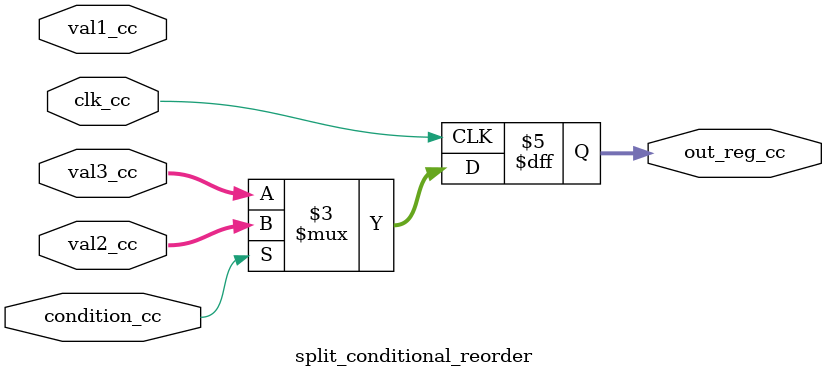
<source format=sv>
module split_conditional_reorder (
    input logic clk_cc,
    input logic condition_cc,
    input logic [7:0] val1_cc,
    input logic [7:0] val2_cc,
    input logic [7:0] val3_cc,
    output logic [7:0] out_reg_cc
);
    always @(posedge clk_cc) begin
        out_reg_cc <= val1_cc;
        if (condition_cc) begin
            out_reg_cc <= val2_cc;
        end else begin
            out_reg_cc <= val3_cc;
        end
    end
endmodule


</source>
